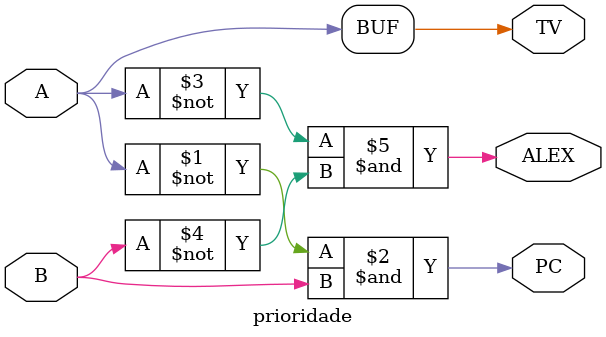
<source format=v>
module prioridade(A, B, TV, PC, ALEX);

    input A, B;
    output TV, PC, ALEX;

    assign TV = A;
    assign PC = ~A & B;
    assign ALEX = ~A & ~B;

endmodule
</source>
